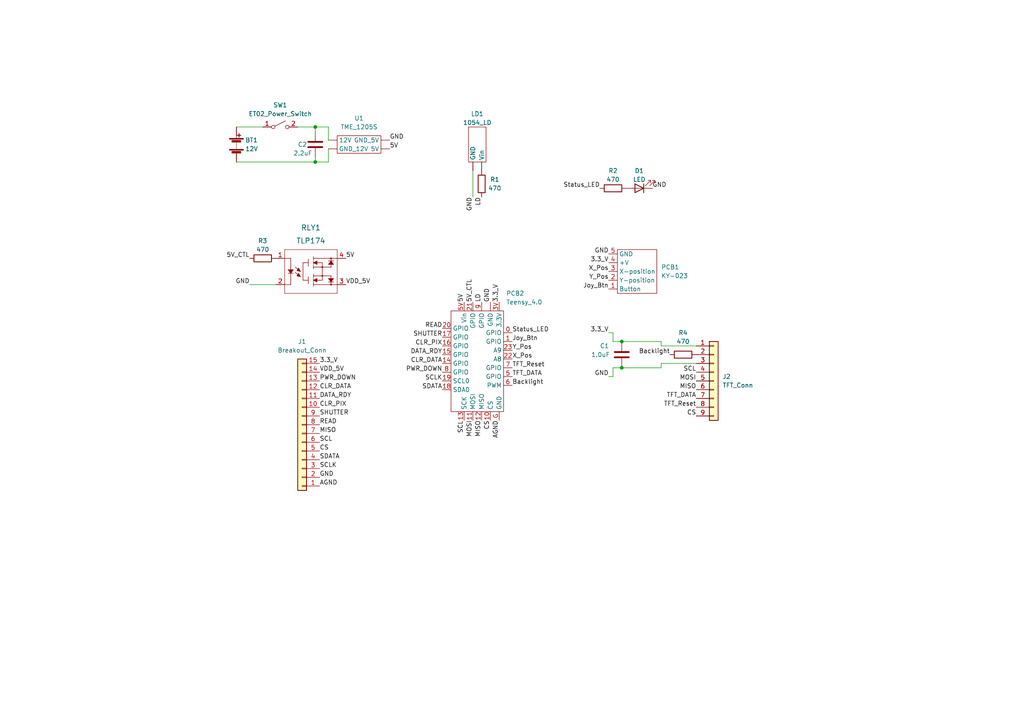
<source format=kicad_sch>
(kicad_sch (version 20211123) (generator eeschema)
  (paper "A4")
  (title_block (title "HRS") (date "2022-06-20") (rev "v01") (comment 4 "Author: Tyler Franks"))
  (lib_symbols
    (symbol "Connector_Generic:Conn_01x09" (pin_names (offset 1.016) hide)
      (property "Reference" "J" (at 0 12.7 0))
      (property "Value" "Conn_01x09" (at 0 -12.7 0))
      (symbol "Conn_01x09_1_1"
        (rectangle (start -1.27 -10.033) (end 0 -10.287) (stroke (width 0.1524)))
        (rectangle (start -1.27 -7.493) (end 0 -7.747) (stroke (width 0.1524)))
        (rectangle (start -1.27 -4.953) (end 0 -5.207) (stroke (width 0.1524)))
        (rectangle (start -1.27 -2.413) (end 0 -2.667) (stroke (width 0.1524)))
        (rectangle (start -1.27 0.127) (end 0 -0.127) (stroke (width 0.1524)))
        (rectangle (start -1.27 2.667) (end 0 2.413) (stroke (width 0.1524)))
        (rectangle (start -1.27 5.207) (end 0 4.953) (stroke (width 0.1524)))
        (rectangle (start -1.27 7.747) (end 0 7.493) (stroke (width 0.1524)))
        (rectangle (start -1.27 10.287) (end 0 10.033) (stroke (width 0.1524)))
        (rectangle (start -1.27 11.43) (end 1.27 -11.43) (stroke (width 0.254)) (fill (type background)))
        (pin passive line (at -5.08 10.16 0) (length 3.81) (name "Pin_1") (number "1"))
        (pin passive line (at -5.08 7.62 0) (length 3.81) (name "Pin_2") (number "2"))
        (pin passive line (at -5.08 5.08 0) (length 3.81) (name "Pin_3") (number "3"))
        (pin passive line (at -5.08 2.54 0) (length 3.81) (name "Pin_4") (number "4"))
        (pin passive line (at -5.08 0 0) (length 3.81) (name "Pin_5") (number "5"))
        (pin passive line (at -5.08 -2.54 0) (length 3.81) (name "Pin_6") (number "6"))
        (pin passive line (at -5.08 -5.08 0) (length 3.81) (name "Pin_7") (number "7"))
        (pin passive line (at -5.08 -7.62 0) (length 3.81) (name "Pin_8") (number "8"))
        (pin passive line (at -5.08 -10.16 0) (length 3.81) (name "Pin_9") (number "9"))
      )
    )
    (symbol "Connector_Generic:Conn_01x15" (pin_names (offset 1.016) hide)
      (property "Reference" "J" (at 0 20.32 0))
      (property "Value" "Conn_01x15" (at 0 -20.32 0))
      (symbol "Conn_01x15_1_1"
        (rectangle (start -1.27 -17.653) (end 0 -17.907) (stroke (width 0.1524)))
        (rectangle (start -1.27 -15.113) (end 0 -15.367) (stroke (width 0.1524)))
        (rectangle (start -1.27 -12.573) (end 0 -12.827) (stroke (width 0.1524)))
        (rectangle (start -1.27 -10.033) (end 0 -10.287) (stroke (width 0.1524)))
        (rectangle (start -1.27 -7.493) (end 0 -7.747) (stroke (width 0.1524)))
        (rectangle (start -1.27 -4.953) (end 0 -5.207) (stroke (width 0.1524)))
        (rectangle (start -1.27 -2.413) (end 0 -2.667) (stroke (width 0.1524)))
        (rectangle (start -1.27 0.127) (end 0 -0.127) (stroke (width 0.1524)))
        (rectangle (start -1.27 2.667) (end 0 2.413) (stroke (width 0.1524)))
        (rectangle (start -1.27 5.207) (end 0 4.953) (stroke (width 0.1524)))
        (rectangle (start -1.27 7.747) (end 0 7.493) (stroke (width 0.1524)))
        (rectangle (start -1.27 10.287) (end 0 10.033) (stroke (width 0.1524)))
        (rectangle (start -1.27 12.827) (end 0 12.573) (stroke (width 0.1524)))
        (rectangle (start -1.27 15.367) (end 0 15.113) (stroke (width 0.1524)))
        (rectangle (start -1.27 17.907) (end 0 17.653) (stroke (width 0.1524)))
        (rectangle (start -1.27 19.05) (end 1.27 -19.05) (stroke (width 0.254)) (fill (type background)))
        (pin passive line (at -5.08 17.78 0) (length 3.81) (name "Pin_1") (number "1"))
        (pin passive line (at -5.08 -5.08 0) (length 3.81) (name "Pin_10") (number "10"))
        (pin passive line (at -5.08 -7.62 0) (length 3.81) (name "Pin_11") (number "11"))
        (pin passive line (at -5.08 -10.16 0) (length 3.81) (name "Pin_12") (number "12"))
        (pin passive line (at -5.08 -12.7 0) (length 3.81) (name "Pin_13") (number "13"))
        (pin passive line (at -5.08 -15.24 0) (length 3.81) (name "Pin_14") (number "14"))
        (pin passive line (at -5.08 -17.78 0) (length 3.81) (name "Pin_15") (number "15"))
        (pin passive line (at -5.08 15.24 0) (length 3.81) (name "Pin_2") (number "2"))
        (pin passive line (at -5.08 12.7 0) (length 3.81) (name "Pin_3") (number "3"))
        (pin passive line (at -5.08 10.16 0) (length 3.81) (name "Pin_4") (number "4"))
        (pin passive line (at -5.08 7.62 0) (length 3.81) (name "Pin_5") (number "5"))
        (pin passive line (at -5.08 5.08 0) (length 3.81) (name "Pin_6") (number "6"))
        (pin passive line (at -5.08 2.54 0) (length 3.81) (name "Pin_7") (number "7"))
        (pin passive line (at -5.08 0 0) (length 3.81) (name "Pin_8") (number "8"))
        (pin passive line (at -5.08 -2.54 0) (length 3.81) (name "Pin_9") (number "9"))
      )
    )
    (symbol "Device:Battery" (pin_numbers hide) (pin_names (offset 0) hide)
      (property "Reference" "BT" (at 2.54 2.54 0))
      (property "Value" "Battery" (at 2.54 0 0))
      (symbol "Battery_0_1"
        (rectangle (start -2.032 -1.397) (end 2.032 -1.651) (fill (type outline)))
        (rectangle (start -2.032 1.778) (end 2.032 1.524) (fill (type outline)))
        (rectangle (start -1.3208 -1.9812) (end 1.27 -2.4892) (fill (type outline)))
        (rectangle (start -1.3208 1.1938) (end 1.27 0.6858) (fill (type outline)))
        (polyline (pts (xy 0 -1.524) (xy 0 -1.27)))
        (polyline (pts (xy 0 -1.016) (xy 0 -0.762)))
        (polyline (pts (xy 0 -0.508) (xy 0 -0.254)))
        (polyline (pts (xy 0 0) (xy 0 0.254)))
        (polyline (pts (xy 0 0.508) (xy 0 0.762)))
        (polyline (pts (xy 0 1.778) (xy 0 2.54)))
        (polyline (pts (xy 0.254 2.667) (xy 1.27 2.667)) (stroke (width 0.254)))
        (polyline (pts (xy 0.762 3.175) (xy 0.762 2.159)) (stroke (width 0.254)))
      )
      (symbol "Battery_1_1"
        (pin passive line (at 0 5.08 270) (length 2.54) (name "+") (number "1"))
        (pin passive line (at 0 -5.08 90) (length 2.54) (name "-") (number "2"))
      )
    )
    (symbol "Device:C" (pin_numbers hide) (pin_names (offset 0.254))
      (property "Reference" "C" (at 0.635 2.54 0))
      (property "Value" "C" (at 0.635 -2.54 0))
      (symbol "C_0_1"
        (polyline (pts (xy -2.032 -0.762) (xy 2.032 -0.762)) (stroke (width 0.508)))
        (polyline (pts (xy -2.032 0.762) (xy 2.032 0.762)) (stroke (width 0.508)))
      )
      (symbol "C_1_1"
        (pin passive line (at 0 3.81 270) (length 2.794) (name "~") (number "1"))
        (pin passive line (at 0 -3.81 90) (length 2.794) (name "~") (number "2"))
      )
    )
    (symbol "Device:LED" (pin_numbers hide) (pin_names (offset 1.016) hide)
      (property "Reference" "D" (at 0 2.54 0))
      (property "Value" "LED" (at 0 -2.54 0))
      (symbol "LED_0_1"
        (polyline (pts (xy -1.27 -1.27) (xy -1.27 1.27)) (stroke (width 0.254)))
        (polyline (pts (xy -1.27 0) (xy 1.27 0)))
        (polyline (pts (xy 1.27 -1.27) (xy 1.27 1.27) (xy -1.27 0) (xy 1.27 -1.27)) (stroke (width 0.254)))
        (polyline (pts (xy -3.048 -0.762) (xy -4.572 -2.286) (xy -3.81 -2.286) (xy -4.572 -2.286) (xy -4.572 -1.524)))
        (polyline (pts (xy -1.778 -0.762) (xy -3.302 -2.286) (xy -2.54 -2.286) (xy -3.302 -2.286) (xy -3.302 -1.524)))
      )
      (symbol "LED_1_1"
        (pin passive line (at -3.81 0 0) (length 2.54) (name "K") (number "1"))
        (pin passive line (at 3.81 0 180) (length 2.54) (name "A") (number "2"))
      )
    )
    (symbol "Device:R" (pin_numbers hide) (pin_names (offset 0))
      (property "Reference" "R" (at 2.032 0 90))
      (property "Value" "R" (at 0 0 90))
      (symbol "R_0_1"
        (rectangle (start -1.016 -2.54) (end 1.016 2.54) (stroke (width 0.254)))
      )
      (symbol "R_1_1"
        (pin passive line (at 0 3.81 270) (length 1.27) (name "~") (number "1"))
        (pin passive line (at 0 -3.81 90) (length 1.27) (name "~") (number "2"))
      )
    )
    (symbol "HRS:1054_LD"
      (property "Reference" "LD" (at -2.54 3.81 0))
      (property "Value" "1054_LD" (at 1.27 -3.81 0))
      (symbol "1054_LD_0_1"
        (rectangle (start -5.08 2.54) (end 5.08 -2.54))
      )
      (symbol "1054_LD_1_1"
        (pin input line (at 7.62 -1.27 180) (length 2.54) (name "GND") (number ""))
        (pin input line (at 7.62 1.27 180) (length 2.54) (name "Vin") (number ""))
      )
    )
    (symbol "HRS:KY-023"
      (property "Reference" "PCB" (at -3.81 5.08 0))
      (property "Value" "KY-023" (at 1.27 -10.16 0))
      (symbol "KY-023_0_1"
        (rectangle (start 5.08 3.81) (end -6.35 -8.89))
      )
      (symbol "KY-023_1_1"
        (pin input line (at 7.62 2.54 180) (length 2.54) (name "Button") (number "1"))
        (pin input line (at 7.62 0 180) (length 2.54) (name "Y-position") (number "2"))
        (pin input line (at 7.62 -2.54 180) (length 2.54) (name "X-position") (number "3"))
        (pin input line (at 7.62 -5.08 180) (length 2.54) (name "+V") (number "4"))
        (pin input line (at 7.62 -7.62 180) (length 2.54) (name "GND") (number "5"))
      )
    )
    (symbol "HRS:TLP174" (pin_names (offset 4.064))
      (property "Reference" "MOSFET" (at 0 8.89 0))
      (property "Value" "TLP174" (at 0 11.43 0))
      (symbol "TLP174_1_1"
        (polyline (pts (xy -7.62 -6.35) (xy -7.62 6.35)) (stroke (width 0.127)))
        (polyline (pts (xy -7.62 6.35) (xy 7.62 6.35)) (stroke (width 0.127)))
        (polyline (pts (xy -6.604 -0.508) (xy -5.08 -0.508)))
        (polyline (pts (xy -5.842 -3.81) (xy -7.62 -3.81)))
        (polyline (pts (xy -5.842 -3.81) (xy -5.842 -0.508)))
        (polyline (pts (xy -5.842 3.81) (xy -7.62 3.81)))
        (polyline (pts (xy -5.842 3.81) (xy -5.842 0.508)))
        (polyline (pts (xy -3.048 -1.524) (xy -4.572 -0.254)))
        (polyline (pts (xy -3.048 0) (xy -4.572 1.27)))
        (polyline (pts (xy -2.286 2.54) (xy -2.286 -2.54)))
        (polyline (pts (xy -0.762 -2.54) (xy -2.286 -2.54)))
        (polyline (pts (xy -0.762 -1.524) (xy -0.762 -3.556)))
        (polyline (pts (xy -0.762 2.54) (xy -2.286 2.54)))
        (polyline (pts (xy -0.762 3.556) (xy -0.762 1.524)))
        (polyline (pts (xy 0.762 -3.81) (xy 7.62 -3.81)))
        (polyline (pts (xy 0.762 -3.302) (xy 0.762 -4.318)))
        (polyline (pts (xy 0.762 -2.032) (xy 0.762 -3.048)))
        (polyline (pts (xy 0.762 -1.27) (xy 5.842 -1.27)))
        (polyline (pts (xy 0.762 -0.762) (xy 0.762 -1.778)))
        (polyline (pts (xy 0.762 1.27) (xy 5.842 1.27)))
        (polyline (pts (xy 0.762 1.778) (xy 0.762 0.762)))
        (polyline (pts (xy 0.762 3.048) (xy 0.762 2.032)))
        (polyline (pts (xy 0.762 3.81) (xy 7.62 3.81)))
        (polyline (pts (xy 0.762 4.318) (xy 0.762 3.302)))
        (polyline (pts (xy 1.778 -2.54) (xy 3.302 -2.54)))
        (polyline (pts (xy 1.778 2.54) (xy 3.302 2.54)))
        (polyline (pts (xy 3.302 2.54) (xy 3.302 -2.54)))
        (polyline (pts (xy 5.08 -3.048) (xy 6.604 -3.048)))
        (polyline (pts (xy 5.08 3.048) (xy 6.604 3.048)))
        (polyline (pts (xy 5.842 -3.048) (xy 5.842 -3.81)))
        (polyline (pts (xy 5.842 -1.27) (xy 5.842 -2.032)))
        (polyline (pts (xy 5.842 2.032) (xy 5.842 1.27)))
        (polyline (pts (xy 5.842 3.81) (xy 5.842 3.048)))
        (polyline (pts (xy 7.62 -6.35) (xy -7.62 -6.35)) (stroke (width 0.127)))
        (polyline (pts (xy 7.62 6.35) (xy 7.62 -6.35)) (stroke (width 0.127)))
        (polyline (pts (xy -6.604 0.508) (xy -6.604 0.508) (xy -5.08 0.508) (xy -5.842 -0.508) (xy -6.604 0.508) (xy -6.604 0.508)) (fill (type outline)))
        (polyline (pts (xy -3.048 -1.524) (xy -3.048 -1.524) (xy -3.556 -0.508) (xy -4.064 -1.27) (xy -3.048 -1.524) (xy -3.048 -1.524)) (fill (type outline)))
        (polyline (pts (xy -3.048 0) (xy -3.048 0) (xy -3.556 1.016) (xy -4.064 0.254) (xy -3.048 0) (xy -3.048 0)) (fill (type outline)))
        (polyline (pts (xy 0.762 -2.54) (xy 0.762 -2.54) (xy 1.778 -2.032) (xy 1.778 -3.048) (xy 0.762 -2.54) (xy 0.762 -2.54)) (fill (type outline)))
        (polyline (pts (xy 0.762 2.54) (xy 0.762 2.54) (xy 1.778 3.048) (xy 1.778 2.032) (xy 0.762 2.54) (xy 0.762 2.54)) (fill (type outline)))
        (polyline (pts (xy 5.08 -2.032) (xy 5.08 -2.032) (xy 6.604 -2.032) (xy 5.842 -3.048) (xy 5.08 -2.032) (xy 5.08 -2.032)) (fill (type outline)))
        (polyline (pts (xy 5.842 3.048) (xy 5.842 3.048) (xy 5.08 2.032) (xy 6.604 2.032) (xy 5.842 3.048) (xy 5.842 3.048)) (fill (type outline)))
        (circle (center 3.302 -1.27) (radius 0.127) (stroke (width 0.254)))
        (circle (center 3.302 1.27) (radius 0.127) (stroke (width 0.254)))
        (circle (center 5.842 -3.81) (radius 0.127) (stroke (width 0.254)))
        (circle (center 5.842 3.81) (radius 0.127) (stroke (width 0.254)))
        (pin input line (at -10.16 3.81 0) (length 2.54) (name "") (number "1"))
        (pin input line (at -10.16 -3.81 0) (length 2.54) (name "") (number "2"))
        (pin input line (at 10.16 -3.81 180) (length 2.54) (name "") (number "3"))
        (pin input line (at 10.16 3.81 180) (length 2.54) (name "") (number "4"))
      )
    )
    (symbol "HRS:TME_1205S"
      (property "Reference" "U" (at -5.08 3.81 0))
      (property "Value" "TME_1205S" (at 0 -3.81 0))
      (symbol "TME_1205S_0_1"
        (rectangle (start -6.35 2.54) (end 6.35 -2.54))
      )
      (symbol "TME_1205S_1_1"
        (pin input line (at -8.89 1.27 0) (length 2.54) (name "12V") (number ""))
        (pin input line (at 8.89 -1.27 180) (length 2.54) (name "5V") (number ""))
        (pin input line (at -8.89 -1.27 0) (length 2.54) (name "GND_12V") (number ""))
        (pin input line (at 8.89 1.27 180) (length 2.54) (name "GND_5V") (number ""))
      )
    )
    (symbol "HRS:Teensy_4.0"
      (property "Reference" "PCB2" (at 7.0994 16.51 0))
      (property "Value" "Teensy_4.0" (at 7.0994 13.97 0))
      (symbol "Teensy_4.0_0_1"
        (rectangle (start -8.89 11.43) (end 6.35 -17.78))
      )
      (symbol "Teensy_4.0_1_1"
        (pin input line (at 2.54 13.97 270) (length 2.54) (name "GND") (number ""))
        (pin input line (at 8.89 5.08 180) (length 2.54) (name "GPIO") (number "0"))
        (pin input line (at 8.89 2.54 180) (length 2.54) (name "GPIO") (number "1"))
        (pin input line (at 2.54 -20.32 90) (length 2.54) (name "CS") (number "10"))
        (pin input line (at -2.54 -20.32 90) (length 2.54) (name "MOSI") (number "11"))
        (pin input line (at 0 -20.32 90) (length 2.54) (name "MISO") (number "12"))
        (pin input line (at -5.08 -20.32 90) (length 2.54) (name "SCK") (number "13"))
        (pin input line (at -11.43 -3.81 0) (length 2.54) (name "GPIO") (number "14"))
        (pin input line (at -11.43 -1.27 0) (length 2.54) (name "GPIO") (number "15"))
        (pin input line (at -11.43 1.27 0) (length 2.54) (name "GPIO") (number "16"))
        (pin input line (at -11.43 3.81 0) (length 2.54) (name "GPIO") (number "17"))
        (pin input line (at -11.43 -11.43 0) (length 2.54) (name "SDA0") (number "18"))
        (pin input line (at -11.43 -8.89 0) (length 2.54) (name "SCL0") (number "19"))
        (pin input line (at -11.43 6.35 0) (length 2.54) (name "GPIO") (number "20"))
        (pin input line (at -2.54 13.97 270) (length 2.54) (name "GPIO") (number "21"))
        (pin input line (at 8.89 -2.54 180) (length 2.54) (name "A8") (number "22"))
        (pin input line (at 8.89 0 180) (length 2.54) (name "A9") (number "23"))
        (pin input line (at 5.08 13.97 270) (length 2.54) (name "3.3V") (number "3V"))
        (pin input line (at 8.89 -7.62 180) (length 2.54) (name "GPIO") (number "5"))
        (pin input line (at -5.08 13.97 270) (length 2.54) (name "Vin") (number "5V"))
        (pin input line (at 8.89 -10.16 180) (length 2.54) (name "PWM") (number "6"))
        (pin input line (at 8.89 -5.08 180) (length 2.54) (name "GPIO") (number "7"))
        (pin input line (at -11.43 -6.35 0) (length 2.54) (name "GPIO") (number "8"))
        (pin input line (at 0 13.97 270) (length 2.54) (name "GPIO") (number "9"))
        (pin input line (at 5.08 -20.32 90) (length 2.54) (name "GND") (number "G"))
      )
    )
    (symbol "Switch:SW_SPST" (pin_names (offset 0) hide)
      (property "Reference" "SW" (at 0 3.175 0))
      (property "Value" "SW_SPST" (at 0 -2.54 0))
      (symbol "SW_SPST_0_0"
        (circle (center -2.032 0) (radius 0.508))
        (polyline (pts (xy -1.524 0.254) (xy 1.524 1.778)))
        (circle (center 2.032 0) (radius 0.508))
      )
      (symbol "SW_SPST_1_1"
        (pin passive line (at -5.08 0 0) (length 2.54) (name "A") (number "1"))
        (pin passive line (at 5.08 0 180) (length 2.54) (name "B") (number "2"))
      )
    )
  )
  (junction (at 91.44 46.99))
  (junction (at 180.34 99.06))
  (junction (at 91.44 36.83))
  (junction (at 180.34 106.68))
  (wire (pts (xy 91.44 36.83) (xy 95.25 36.83)))
  (wire (pts (xy 180.34 99.06) (xy 191.77 99.06)))
  (wire (pts (xy 72.39 82.55) (xy 80.01 82.55)))
  (wire (pts (xy 176.53 96.52) (xy 177.8 96.52)))
  (wire (pts (xy 86.36 36.83) (xy 91.44 36.83)))
  (wire (pts (xy 177.8 99.06) (xy 180.34 99.06)))
  (wire (pts (xy 191.77 100.33) (xy 191.77 99.06)))
  (wire (pts (xy 91.44 46.99) (xy 95.25 46.99)))
  (wire (pts (xy 95.25 40.64) (xy 95.25 36.83)))
  (wire (pts (xy 176.53 109.22) (xy 177.8 109.22)))
  (wire (pts (xy 137.16 57.15) (xy 137.16 49.53)))
  (wire (pts (xy 91.44 46.99) (xy 91.44 45.72)))
  (wire (pts (xy 180.34 106.68) (xy 191.77 106.68)))
  (wire (pts (xy 201.93 100.33) (xy 191.77 100.33)))
  (wire (pts (xy 177.8 109.22) (xy 177.8 106.68)))
  (wire (pts (xy 68.58 36.83) (xy 76.2 36.83)))
  (wire (pts (xy 68.58 46.99) (xy 91.44 46.99)))
  (wire (pts (xy 177.8 96.52) (xy 177.8 99.06)))
  (wire (pts (xy 191.77 105.41) (xy 191.77 106.68)))
  (wire (pts (xy 177.8 106.68) (xy 180.34 106.68)))
  (wire (pts (xy 91.44 36.83) (xy 91.44 38.1)))
  (wire (pts (xy 95.25 43.18) (xy 95.25 46.99)))
  (wire (pts (xy 201.93 105.41) (xy 191.77 105.41)))
  (label "Status_LED" (at 148.59 96.52 0))
  (label "Y_Pos" (at 148.59 101.6 0))
  (label "5V" (at 134.62 87.63 90))
  (label "Backlight" (at 194.31 102.87 180))
  (label "Joy_Btn" (at 176.53 83.82 180))
  (label "VDD_5V" (at 92.71 107.95 0))
  (label "TFT_DATA" (at 201.93 115.57 180))
  (label "Joy_Btn" (at 148.59 99.06 0))
  (label "VDD_5V" (at 100.33 82.55 0))
  (label "CLR_DATA" (at 128.27 105.41 180))
  (label "DATA_RDY" (at 92.71 115.57 0))
  (label "Backlight" (at 148.59 111.76 0))
  (label "3.3_V" (at 92.71 105.41 0))
  (label "GND" (at 189.23 54.61 0))
  (label "5V_CTL" (at 137.16 87.63 90))
  (label "MOSI" (at 137.16 121.92 270))
  (label "GND" (at 137.16 57.15 270))
  (label "CS" (at 142.24 121.92 270))
  (label "CLR_PIX" (at 128.27 100.33 180))
  (label "MOSI" (at 201.93 110.49 180))
  (label "MISO" (at 92.71 125.73 0))
  (label "GND" (at 176.53 73.66 180))
  (label "GND" (at 92.71 138.43 0))
  (label "3.3_V" (at 144.78 87.63 90))
  (label "SCLK" (at 128.27 110.49 180))
  (label "READ" (at 92.71 123.19 0))
  (label "X_Pos" (at 148.59 104.14 0))
  (label "PWR_DOWN" (at 128.27 107.95 180))
  (label "TFT_Reset" (at 201.93 118.11 180))
  (label "SCL" (at 201.93 107.95 180))
  (label "CLR_DATA" (at 92.71 113.03 0))
  (label "SHUTTER" (at 128.27 97.79 180))
  (label "SCLK" (at 92.71 135.89 0))
  (label "3.3_V" (at 176.53 76.2 180))
  (label "Y_Pos" (at 176.53 81.28 180))
  (label "GND" (at 113.03 40.64 0))
  (label "SHUTTER" (at 92.71 120.65 0))
  (label "5V" (at 100.33 74.93 0))
  (label "CS" (at 201.93 120.65 180))
  (label "GND" (at 176.53 109.22 180))
  (label "READ" (at 128.27 95.25 180))
  (label "X_Pos" (at 176.53 78.74 180))
  (label "TFT_DATA" (at 148.59 109.22 0))
  (label "Status_LED" (at 173.99 54.61 180))
  (label "5V" (at 113.03 43.18 0))
  (label "MISO" (at 139.7 121.92 270))
  (label "GND" (at 142.24 87.63 90))
  (label "PWR_DOWN" (at 92.71 110.49 0))
  (label "SCL" (at 92.71 128.27 0))
  (label "MISO" (at 201.93 113.03 180))
  (label "SDATA" (at 128.27 113.03 180))
  (label "AGND" (at 144.78 121.92 270))
  (label "LD" (at 139.7 57.15 270))
  (label "CLR_PIX" (at 92.71 118.11 0))
  (label "LD" (at 139.7 87.63 90))
  (label "SDATA" (at 92.71 133.35 0))
  (label "AGND" (at 92.71 140.97 0))
  (label "SCL" (at 134.62 121.92 270))
  (label "3.3_V" (at 176.53 96.52 180))
  (label "GND" (at 72.39 82.55 180))
  (label "DATA_RDY" (at 128.27 102.87 180))
  (label "TFT_Reset" (at 148.59 106.68 0))
  (label "5V_CTL" (at 72.39 74.93 180))
  (label "CS" (at 92.71 130.81 0))
  (symbol (lib_id "Connector_Generic:Conn_01x09") (at 207.01 110.49 0) (unit 1)
    (property "Reference" "J2" (at 209.55 109.2199 0) (effects (justify left)))
    (property "Value" "TFT_Conn" (at 209.55 111.7599 0) (effects (justify left)))
    (property "Footprint" "HRS:TFT_Conn" (effects hide))
  )
  (symbol (lib_id "HRS:1054_LD") (at 138.43 41.91 270) (unit 1)
    (property "Reference" "LD1" (at 138.43 33.02 90))
    (property "Value" "1054_LD" (at 138.43 35.56 90))
    (property "Footprint" "HRS:BAT&LD" (effects hide))
  )
  (symbol (lib_id "Device:C") (at 91.44 41.91 180) (unit 1)
    (property "Reference" "C2" (at 86.36 41.91 0) (effects (justify right)))
    (property "Value" "2.2uF" (at 85.09 44.45 0) (effects (justify right)))
    (property "Footprint" "HRS:C_0603_1608Metric" (effects hide))
  )
  (symbol (lib_id "Device:C") (at 180.34 102.87 180) (unit 1)
    (property "Reference" "C1" (at 173.99 100.33 0) (effects (justify right)))
    (property "Value" "1.0uF" (at 171.45 102.87 0) (effects (justify right)))
    (property "Footprint" "HRS:C_0603_1608Metric" (effects hide))
  )
  (symbol (lib_id "Device:Battery") (at 68.58 41.91 0) (unit 1)
    (property "Reference" "BT1" (at 71.12 40.64 0) (effects (justify left)))
    (property "Value" "12V" (at 71.12 43.18 0) (effects (justify left)))
    (property "Footprint" "HRS:BAT&LD" (effects hide))
  )
  (symbol (lib_id "Device:LED") (at 185.42 54.61 180) (unit 1)
    (property "Reference" "D1" (at 185.42 49.53 0))
    (property "Value" "LED" (at 185.42 52.07 0))
    (property "Footprint" "HRS:LED_D5.0mm" (effects hide))
  )
  (symbol (lib_id "Device:R") (at 198.12 102.87 270) (unit 1)
    (property "Reference" "R4" (at 198.12 96.52 90))
    (property "Value" "470" (at 198.12 99.06 90))
    (property "Footprint" "HRS:R_0603_1608Metric" (effects hide))
  )
  (symbol (lib_id "HRS:TME_1205S") (at 104.14 41.91 0) (unit 1)
    (property "Reference" "U1" (at 104.14 34.29 0))
    (property "Value" "TME_1205S" (at 104.14 36.83 0))
    (property "Footprint" "HRS:TME 1205S" (effects hide))
  )
  (symbol (lib_id "Switch:SW_SPST") (at 81.28 36.83 0) (unit 1)
    (property "Reference" "SW1" (at 81.28 30.48 0))
    (property "Value" "ET02_Power_Switch" (at 81.28 33.02 0))
    (property "Footprint" "HRS:ET02" (effects hide))
  )
  (symbol (lib_id "Device:R") (at 76.2 74.93 90) (unit 1)
    (property "Reference" "R3" (at 76.2 69.85 90))
    (property "Value" "470" (at 76.2 72.39 90))
    (property "Footprint" "HRS:R_0603_1608Metric" (effects hide))
  )
  (symbol (lib_id "Device:R") (at 139.7 53.34 0) (unit 1)
    (property "Reference" "R1" (at 143.51 52.07 0))
    (property "Value" "470" (at 143.51 54.61 0))
    (property "Footprint" "HRS:R_0603_1608Metric" (effects hide))
  )
  (symbol (lib_id "HRS:Teensy_4.0") (at 139.7 101.6 0) (unit 1)
    (property "Reference" "PCB2" (at 146.7994 85.09 0) (effects (justify left)))
    (property "Value" "Teensy_4.0" (at 146.7994 87.63 0) (effects (justify left)))
    (property "Footprint" "HRS:Teensy Headers" (effects hide))
  )
  (symbol (lib_id "Connector_Generic:Conn_01x15") (at 87.63 123.19 180) (unit 1)
    (property "Reference" "J1" (at 87.63 99.06 0))
    (property "Value" "Breakout_Conn" (at 87.63 101.6 0))
    (property "Footprint" "HRS:Breakout-Connector-Female" (effects hide))
  )
  (symbol (lib_id "Device:R") (at 177.8 54.61 270) (unit 1)
    (property "Reference" "R2" (at 177.8 49.53 90))
    (property "Value" "470" (at 177.8 52.07 90))
    (property "Footprint" "HRS:R_0603_1608Metric" (effects hide))
  )
  (symbol (lib_id "HRS:KY-023") (at 184.15 81.28 180) (unit 1)
    (property "Reference" "PCB1" (at 191.77 77.4699 0) (effects (justify right)))
    (property "Value" "KY-023" (at 191.77 80.0099 0) (effects (justify right)))
    (property "Footprint" "HRS:Ky-023" (effects hide))
  )
  (symbol (lib_id "HRS:TLP174") (at 90.17 78.74 0) (unit 1)
    (property "Reference" "RLY1" (at 90.17 66.04 0) (effects (font (size 1.524 1.524))))
    (property "Value" "TLP174" (at 90.17 69.85 0) (effects (font (size 1.524 1.524))))
    (property "Footprint" "HRS:TLP174" (effects hide))
  )
)
</source>
